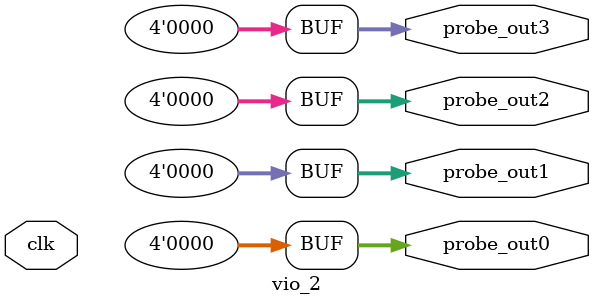
<source format=v>
`timescale 1ns / 1ps
module vio_2 (
clk,

probe_out0,
probe_out1,
probe_out2,
probe_out3
);

input clk;

output reg [3 : 0] probe_out0 = 'h0 ;
output reg [3 : 0] probe_out1 = 'h0 ;
output reg [3 : 0] probe_out2 = 'h0 ;
output reg [3 : 0] probe_out3 = 'h0 ;


endmodule

</source>
